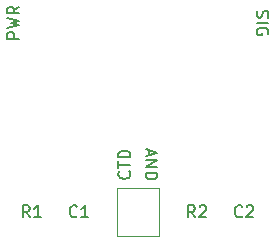
<source format=gbr>
%TF.GenerationSoftware,KiCad,Pcbnew,8.0.9-1.fc41*%
%TF.CreationDate,2025-03-19T11:31:59+02:00*%
%TF.ProjectId,FBK-3mm-TH-Con,46424b2d-336d-46d2-9d54-482d436f6e2e,rev?*%
%TF.SameCoordinates,Original*%
%TF.FileFunction,Legend,Top*%
%TF.FilePolarity,Positive*%
%FSLAX46Y46*%
G04 Gerber Fmt 4.6, Leading zero omitted, Abs format (unit mm)*
G04 Created by KiCad (PCBNEW 8.0.9-1.fc41) date 2025-03-19 11:31:59*
%MOMM*%
%LPD*%
G01*
G04 APERTURE LIST*
%ADD10C,0.150000*%
%ADD11C,0.100000*%
G04 APERTURE END LIST*
D10*
X149259580Y-96571428D02*
X149307200Y-96619047D01*
X149307200Y-96619047D02*
X149354819Y-96761904D01*
X149354819Y-96761904D02*
X149354819Y-96857142D01*
X149354819Y-96857142D02*
X149307200Y-96999999D01*
X149307200Y-96999999D02*
X149211961Y-97095237D01*
X149211961Y-97095237D02*
X149116723Y-97142856D01*
X149116723Y-97142856D02*
X148926247Y-97190475D01*
X148926247Y-97190475D02*
X148783390Y-97190475D01*
X148783390Y-97190475D02*
X148592914Y-97142856D01*
X148592914Y-97142856D02*
X148497676Y-97095237D01*
X148497676Y-97095237D02*
X148402438Y-96999999D01*
X148402438Y-96999999D02*
X148354819Y-96857142D01*
X148354819Y-96857142D02*
X148354819Y-96761904D01*
X148354819Y-96761904D02*
X148402438Y-96619047D01*
X148402438Y-96619047D02*
X148450057Y-96571428D01*
X148354819Y-96285713D02*
X148354819Y-95714285D01*
X149354819Y-95999999D02*
X148354819Y-95999999D01*
X149354819Y-95380951D02*
X148354819Y-95380951D01*
X148354819Y-95380951D02*
X148354819Y-95142856D01*
X148354819Y-95142856D02*
X148402438Y-94999999D01*
X148402438Y-94999999D02*
X148497676Y-94904761D01*
X148497676Y-94904761D02*
X148592914Y-94857142D01*
X148592914Y-94857142D02*
X148783390Y-94809523D01*
X148783390Y-94809523D02*
X148926247Y-94809523D01*
X148926247Y-94809523D02*
X149116723Y-94857142D01*
X149116723Y-94857142D02*
X149211961Y-94904761D01*
X149211961Y-94904761D02*
X149307200Y-94999999D01*
X149307200Y-94999999D02*
X149354819Y-95142856D01*
X149354819Y-95142856D02*
X149354819Y-95380951D01*
X139954819Y-85333332D02*
X138954819Y-85333332D01*
X138954819Y-85333332D02*
X138954819Y-84952380D01*
X138954819Y-84952380D02*
X139002438Y-84857142D01*
X139002438Y-84857142D02*
X139050057Y-84809523D01*
X139050057Y-84809523D02*
X139145295Y-84761904D01*
X139145295Y-84761904D02*
X139288152Y-84761904D01*
X139288152Y-84761904D02*
X139383390Y-84809523D01*
X139383390Y-84809523D02*
X139431009Y-84857142D01*
X139431009Y-84857142D02*
X139478628Y-84952380D01*
X139478628Y-84952380D02*
X139478628Y-85333332D01*
X138954819Y-84428570D02*
X139954819Y-84190475D01*
X139954819Y-84190475D02*
X139240533Y-83999999D01*
X139240533Y-83999999D02*
X139954819Y-83809523D01*
X139954819Y-83809523D02*
X138954819Y-83571428D01*
X139954819Y-82619047D02*
X139478628Y-82952380D01*
X139954819Y-83190475D02*
X138954819Y-83190475D01*
X138954819Y-83190475D02*
X138954819Y-82809523D01*
X138954819Y-82809523D02*
X139002438Y-82714285D01*
X139002438Y-82714285D02*
X139050057Y-82666666D01*
X139050057Y-82666666D02*
X139145295Y-82619047D01*
X139145295Y-82619047D02*
X139288152Y-82619047D01*
X139288152Y-82619047D02*
X139383390Y-82666666D01*
X139383390Y-82666666D02*
X139431009Y-82714285D01*
X139431009Y-82714285D02*
X139478628Y-82809523D01*
X139478628Y-82809523D02*
X139478628Y-83190475D01*
X150930895Y-94738095D02*
X150930895Y-95214285D01*
X150645180Y-94642857D02*
X151645180Y-94976190D01*
X151645180Y-94976190D02*
X150645180Y-95309523D01*
X150645180Y-95642857D02*
X151645180Y-95642857D01*
X151645180Y-95642857D02*
X150645180Y-96214285D01*
X150645180Y-96214285D02*
X151645180Y-96214285D01*
X150645180Y-96690476D02*
X151645180Y-96690476D01*
X151645180Y-96690476D02*
X151645180Y-96928571D01*
X151645180Y-96928571D02*
X151597561Y-97071428D01*
X151597561Y-97071428D02*
X151502323Y-97166666D01*
X151502323Y-97166666D02*
X151407085Y-97214285D01*
X151407085Y-97214285D02*
X151216609Y-97261904D01*
X151216609Y-97261904D02*
X151073752Y-97261904D01*
X151073752Y-97261904D02*
X150883276Y-97214285D01*
X150883276Y-97214285D02*
X150788038Y-97166666D01*
X150788038Y-97166666D02*
X150692800Y-97071428D01*
X150692800Y-97071428D02*
X150645180Y-96928571D01*
X150645180Y-96928571D02*
X150645180Y-96690476D01*
X160092800Y-82976191D02*
X160045180Y-83119048D01*
X160045180Y-83119048D02*
X160045180Y-83357143D01*
X160045180Y-83357143D02*
X160092800Y-83452381D01*
X160092800Y-83452381D02*
X160140419Y-83500000D01*
X160140419Y-83500000D02*
X160235657Y-83547619D01*
X160235657Y-83547619D02*
X160330895Y-83547619D01*
X160330895Y-83547619D02*
X160426133Y-83500000D01*
X160426133Y-83500000D02*
X160473752Y-83452381D01*
X160473752Y-83452381D02*
X160521371Y-83357143D01*
X160521371Y-83357143D02*
X160568990Y-83166667D01*
X160568990Y-83166667D02*
X160616609Y-83071429D01*
X160616609Y-83071429D02*
X160664228Y-83023810D01*
X160664228Y-83023810D02*
X160759466Y-82976191D01*
X160759466Y-82976191D02*
X160854704Y-82976191D01*
X160854704Y-82976191D02*
X160949942Y-83023810D01*
X160949942Y-83023810D02*
X160997561Y-83071429D01*
X160997561Y-83071429D02*
X161045180Y-83166667D01*
X161045180Y-83166667D02*
X161045180Y-83404762D01*
X161045180Y-83404762D02*
X160997561Y-83547619D01*
X160045180Y-83976191D02*
X161045180Y-83976191D01*
X160997561Y-84976190D02*
X161045180Y-84880952D01*
X161045180Y-84880952D02*
X161045180Y-84738095D01*
X161045180Y-84738095D02*
X160997561Y-84595238D01*
X160997561Y-84595238D02*
X160902323Y-84500000D01*
X160902323Y-84500000D02*
X160807085Y-84452381D01*
X160807085Y-84452381D02*
X160616609Y-84404762D01*
X160616609Y-84404762D02*
X160473752Y-84404762D01*
X160473752Y-84404762D02*
X160283276Y-84452381D01*
X160283276Y-84452381D02*
X160188038Y-84500000D01*
X160188038Y-84500000D02*
X160092800Y-84595238D01*
X160092800Y-84595238D02*
X160045180Y-84738095D01*
X160045180Y-84738095D02*
X160045180Y-84833333D01*
X160045180Y-84833333D02*
X160092800Y-84976190D01*
X160092800Y-84976190D02*
X160140419Y-85023809D01*
X160140419Y-85023809D02*
X160473752Y-85023809D01*
X160473752Y-85023809D02*
X160473752Y-84833333D01*
X144833333Y-100359580D02*
X144785714Y-100407200D01*
X144785714Y-100407200D02*
X144642857Y-100454819D01*
X144642857Y-100454819D02*
X144547619Y-100454819D01*
X144547619Y-100454819D02*
X144404762Y-100407200D01*
X144404762Y-100407200D02*
X144309524Y-100311961D01*
X144309524Y-100311961D02*
X144261905Y-100216723D01*
X144261905Y-100216723D02*
X144214286Y-100026247D01*
X144214286Y-100026247D02*
X144214286Y-99883390D01*
X144214286Y-99883390D02*
X144261905Y-99692914D01*
X144261905Y-99692914D02*
X144309524Y-99597676D01*
X144309524Y-99597676D02*
X144404762Y-99502438D01*
X144404762Y-99502438D02*
X144547619Y-99454819D01*
X144547619Y-99454819D02*
X144642857Y-99454819D01*
X144642857Y-99454819D02*
X144785714Y-99502438D01*
X144785714Y-99502438D02*
X144833333Y-99550057D01*
X145785714Y-100454819D02*
X145214286Y-100454819D01*
X145500000Y-100454819D02*
X145500000Y-99454819D01*
X145500000Y-99454819D02*
X145404762Y-99597676D01*
X145404762Y-99597676D02*
X145309524Y-99692914D01*
X145309524Y-99692914D02*
X145214286Y-99740533D01*
X140833333Y-100454819D02*
X140500000Y-99978628D01*
X140261905Y-100454819D02*
X140261905Y-99454819D01*
X140261905Y-99454819D02*
X140642857Y-99454819D01*
X140642857Y-99454819D02*
X140738095Y-99502438D01*
X140738095Y-99502438D02*
X140785714Y-99550057D01*
X140785714Y-99550057D02*
X140833333Y-99645295D01*
X140833333Y-99645295D02*
X140833333Y-99788152D01*
X140833333Y-99788152D02*
X140785714Y-99883390D01*
X140785714Y-99883390D02*
X140738095Y-99931009D01*
X140738095Y-99931009D02*
X140642857Y-99978628D01*
X140642857Y-99978628D02*
X140261905Y-99978628D01*
X141785714Y-100454819D02*
X141214286Y-100454819D01*
X141500000Y-100454819D02*
X141500000Y-99454819D01*
X141500000Y-99454819D02*
X141404762Y-99597676D01*
X141404762Y-99597676D02*
X141309524Y-99692914D01*
X141309524Y-99692914D02*
X141214286Y-99740533D01*
X154833333Y-100454819D02*
X154500000Y-99978628D01*
X154261905Y-100454819D02*
X154261905Y-99454819D01*
X154261905Y-99454819D02*
X154642857Y-99454819D01*
X154642857Y-99454819D02*
X154738095Y-99502438D01*
X154738095Y-99502438D02*
X154785714Y-99550057D01*
X154785714Y-99550057D02*
X154833333Y-99645295D01*
X154833333Y-99645295D02*
X154833333Y-99788152D01*
X154833333Y-99788152D02*
X154785714Y-99883390D01*
X154785714Y-99883390D02*
X154738095Y-99931009D01*
X154738095Y-99931009D02*
X154642857Y-99978628D01*
X154642857Y-99978628D02*
X154261905Y-99978628D01*
X155214286Y-99550057D02*
X155261905Y-99502438D01*
X155261905Y-99502438D02*
X155357143Y-99454819D01*
X155357143Y-99454819D02*
X155595238Y-99454819D01*
X155595238Y-99454819D02*
X155690476Y-99502438D01*
X155690476Y-99502438D02*
X155738095Y-99550057D01*
X155738095Y-99550057D02*
X155785714Y-99645295D01*
X155785714Y-99645295D02*
X155785714Y-99740533D01*
X155785714Y-99740533D02*
X155738095Y-99883390D01*
X155738095Y-99883390D02*
X155166667Y-100454819D01*
X155166667Y-100454819D02*
X155785714Y-100454819D01*
X158833333Y-100359580D02*
X158785714Y-100407200D01*
X158785714Y-100407200D02*
X158642857Y-100454819D01*
X158642857Y-100454819D02*
X158547619Y-100454819D01*
X158547619Y-100454819D02*
X158404762Y-100407200D01*
X158404762Y-100407200D02*
X158309524Y-100311961D01*
X158309524Y-100311961D02*
X158261905Y-100216723D01*
X158261905Y-100216723D02*
X158214286Y-100026247D01*
X158214286Y-100026247D02*
X158214286Y-99883390D01*
X158214286Y-99883390D02*
X158261905Y-99692914D01*
X158261905Y-99692914D02*
X158309524Y-99597676D01*
X158309524Y-99597676D02*
X158404762Y-99502438D01*
X158404762Y-99502438D02*
X158547619Y-99454819D01*
X158547619Y-99454819D02*
X158642857Y-99454819D01*
X158642857Y-99454819D02*
X158785714Y-99502438D01*
X158785714Y-99502438D02*
X158833333Y-99550057D01*
X159214286Y-99550057D02*
X159261905Y-99502438D01*
X159261905Y-99502438D02*
X159357143Y-99454819D01*
X159357143Y-99454819D02*
X159595238Y-99454819D01*
X159595238Y-99454819D02*
X159690476Y-99502438D01*
X159690476Y-99502438D02*
X159738095Y-99550057D01*
X159738095Y-99550057D02*
X159785714Y-99645295D01*
X159785714Y-99645295D02*
X159785714Y-99740533D01*
X159785714Y-99740533D02*
X159738095Y-99883390D01*
X159738095Y-99883390D02*
X159166667Y-100454819D01*
X159166667Y-100454819D02*
X159785714Y-100454819D01*
%TO.C,D1*%
D11*
X148210000Y-97985000D02*
X151790000Y-97985000D01*
X151790000Y-102015000D01*
X148210000Y-102015000D01*
X148210000Y-97985000D01*
%TD*%
M02*

</source>
